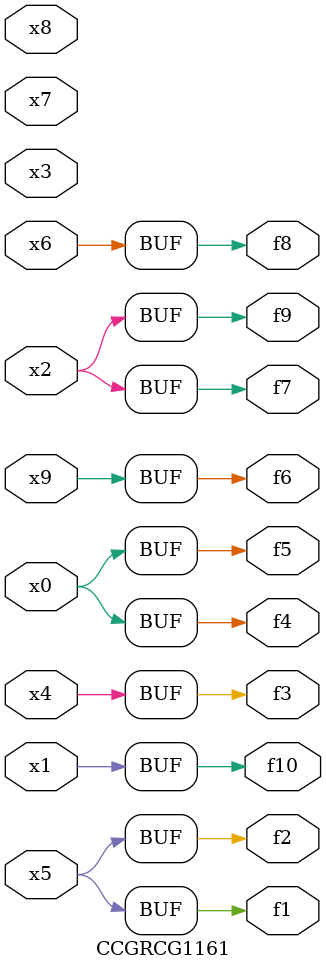
<source format=v>
module CCGRCG1161(
	input x0, x1, x2, x3, x4, x5, x6, x7, x8, x9,
	output f1, f2, f3, f4, f5, f6, f7, f8, f9, f10
);
	assign f1 = x5;
	assign f2 = x5;
	assign f3 = x4;
	assign f4 = x0;
	assign f5 = x0;
	assign f6 = x9;
	assign f7 = x2;
	assign f8 = x6;
	assign f9 = x2;
	assign f10 = x1;
endmodule

</source>
